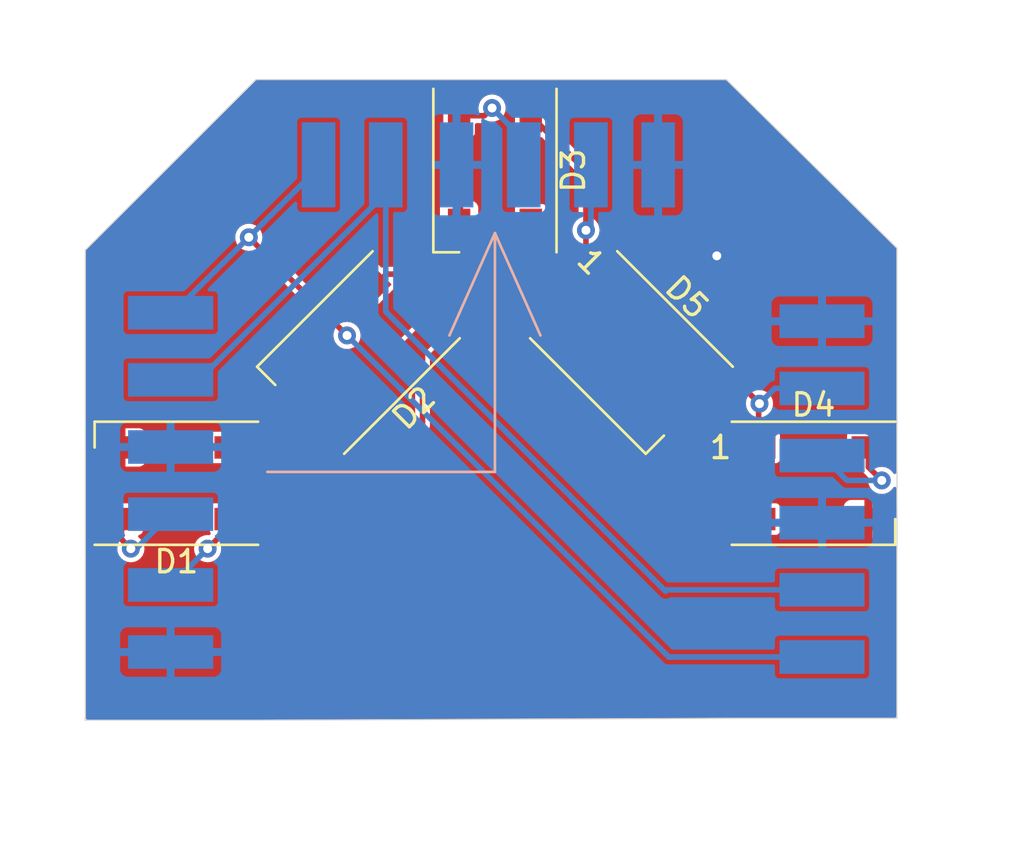
<source format=kicad_pcb>
(kicad_pcb (version 20211014) (generator pcbnew)
  (layers (0 "F.Cu" signal) (31 "B.Cu" signal) (34 "B.Paste" user) (35 "F.Paste" user) (36 "B.SilkS" user "B.Silkscreen") (37 "F.SilkS" user "F.Silkscreen") (38 "B.Mask" user) (39 "F.Mask" user) (44 "Edge.Cuts" user))
  (net 0 "")
  (net 1 "+5V")
  (net 2 "GND")
  (net 3 "Net-(CN1-Pad2)")
  (net 4 "Net-(CN2-Pad3)")
  (net 5 "Net-(D1-Pad2)")
  (net 6 "Net-(D2-Pad2)")
  (net 7 "Net-(CN1-Pad1)")
  (net 8 "Net-(CN1-Pad4)")
  (net 9 "Net-(CN3-Pad3)")
  (net 11 "Net-(D4-Pad2)")
  (footprint "LED_SMD:LED_WS2812B_PLCC4_5.0x5.0mm_P3.2mm" (layer "F.Cu") (at 154.94 107.95)
    (fp_text reference "D4" (at 0 -3.5) (layer "F.SilkS"))
    (fp_text value "WS2812B")
    (fp_text user "1" (at -4.15 -1.6) (layer "F.SilkS"))
    (fp_line (start -3.65 2.75) (end 3.65 2.75) (layer "F.SilkS") (width 0.12))
    (fp_line (start 3.65 2.75) (end 3.65 1.6) (layer "F.SilkS") (width 0.12))
    (fp_line (start -3.65 -2.75) (end 3.65 -2.75) (layer "F.SilkS") (width 0.12))
    (pad "1" smd rect (at -2.45 -1.6) (size 1.5 1) (layers "F.Cu" "F.Paste" "F.Mask") (net 1 "+5V"))
    (pad "2" smd rect (at -2.45 1.6) (size 1.5 1) (layers "F.Cu" "F.Paste" "F.Mask") (net 11 "Net-(D4-Pad2)"))
    (pad "3" smd rect (at 2.45 1.6) (size 1.5 1) (layers "F.Cu" "F.Paste" "F.Mask") (net 2 "GND"))
    (pad "4" smd rect (at 2.45 -1.6) (size 1.5 1) (layers "F.Cu" "F.Paste" "F.Mask") (net 9 "Net-(CN3-Pad3)"))
  )
  (footprint "LED_SMD:LED_WS2812B_PLCC4_5.0x5.0mm_P3.2mm" (layer "F.Cu") (at 126.492 107.95 180)
    (fp_text reference "D1" (at 0 -3.5) (layer "F.SilkS"))
    (fp_text value "WS2812B")
    (fp_line (start -3.65 2.75) (end 3.65 2.75) (layer "F.SilkS") (width 0.12))
    (fp_line (start 3.65 2.75) (end 3.65 1.6) (layer "F.SilkS") (width 0.12))
    (fp_line (start -3.65 -2.75) (end 3.65 -2.75) (layer "F.SilkS") (width 0.12))
    (pad "1" smd rect (at -2.45 -1.6 180) (size 1.5 1) (layers "F.Cu" "F.Paste" "F.Mask") (net 1 "+5V"))
    (pad "2" smd rect (at -2.45 1.6 180) (size 1.5 1) (layers "F.Cu" "F.Paste" "F.Mask") (net 5 "Net-(D1-Pad2)"))
    (pad "3" smd rect (at 2.45 1.6 180) (size 1.5 1) (layers "F.Cu" "F.Paste" "F.Mask") (net 2 "GND"))
    (pad "4" smd rect (at 2.45 -1.6 180) (size 1.5 1) (layers "F.Cu" "F.Paste" "F.Mask") (net 4 "Net-(CN2-Pad3)"))
  )
  (footprint "LED_SMD:LED_WS2812B_PLCC4_5.0x5.0mm_P3.2mm" (layer "F.Cu") (at 146.812 102.108 -45)
    (fp_text reference "D5" (at 0 -3.5 135) (layer "F.SilkS"))
    (fp_text value "WS2812B")
    (fp_text user "1" (at -4.15 -1.6 135) (layer "F.SilkS"))
    (fp_line (start -3.65 -2.75) (end 3.65 -2.75) (layer "F.SilkS") (width 0.12))
    (fp_line (start -3.65 2.75) (end 3.65 2.75) (layer "F.SilkS") (width 0.12))
    (fp_line (start 3.65 2.75) (end 3.65 1.6) (layer "F.SilkS") (width 0.12))
    (pad "1" smd rect (at -2.45 -1.6 315) (size 1.5 1) (layers "F.Cu" "F.Paste" "F.Mask") (net 1 "+5V"))
    (pad "2" smd rect (at -2.45 1.6 315) (size 1.5 1) (layers "F.Cu" "F.Paste" "F.Mask"))
    (pad "3" smd rect (at 2.45 1.6 315) (size 1.5 1) (layers "F.Cu" "F.Paste" "F.Mask") (net 2 "GND"))
    (pad "4" smd rect (at 2.45 -1.6 315) (size 1.5 1) (layers "F.Cu" "F.Paste" "F.Mask") (net 11 "Net-(D4-Pad2)"))
  )
  (footprint "LED_SMD:LED_WS2812B_PLCC4_5.0x5.0mm_P3.2mm" (layer "F.Cu") (at 134.62 102.108 -135)
    (fp_text reference "D2" (at 0 -3.5 45) (layer "F.SilkS"))
    (fp_text value "WS2812B")
    (fp_line (start -3.65 -2.75) (end 3.65 -2.75) (layer "F.SilkS") (width 0.12))
    (fp_line (start 3.65 2.75) (end 3.65 1.6) (layer "F.SilkS") (width 0.12))
    (fp_line (start -3.65 2.75) (end 3.65 2.75) (layer "F.SilkS") (width 0.12))
    (pad "1" smd rect (at -2.45 -1.6 225) (size 1.5 1) (layers "F.Cu" "F.Paste" "F.Mask") (net 1 "+5V"))
    (pad "2" smd rect (at -2.45 1.6 225) (size 1.5 1) (layers "F.Cu" "F.Paste" "F.Mask") (net 6 "Net-(D2-Pad2)"))
    (pad "3" smd rect (at 2.45 1.6 225) (size 1.5 1) (layers "F.Cu" "F.Paste" "F.Mask") (net 2 "GND"))
    (pad "4" smd rect (at 2.45 -1.6 225) (size 1.5 1) (layers "F.Cu" "F.Paste" "F.Mask") (net 5 "Net-(D1-Pad2)"))
  )
  (footprint "LED_SMD:LED_WS2812B_PLCC4_5.0x5.0mm_P3.2mm" (layer "F.Cu") (at 140.716 93.98 -90)
    (fp_text reference "D3" (at 0 -3.5 90) (layer "F.SilkS"))
    (fp_text value "WS2812B")
    (fp_line (start 3.65 2.75) (end 3.65 1.6) (layer "F.SilkS") (width 0.12))
    (fp_line (start -3.65 -2.75) (end 3.65 -2.75) (layer "F.SilkS") (width 0.12))
    (fp_line (start -3.65 2.75) (end 3.65 2.75) (layer "F.SilkS") (width 0.12))
    (pad "1" smd rect (at -2.45 -1.6 270) (size 1.5 1) (layers "F.Cu" "F.Paste" "F.Mask") (net 1 "+5V"))
    (pad "2" smd rect (at -2.45 1.6 270) (size 1.5 1) (layers "F.Cu" "F.Paste" "F.Mask") (net 8 "Net-(CN1-Pad4)"))
    (pad "3" smd rect (at 2.45 1.6 270) (size 1.5 1) (layers "F.Cu" "F.Paste" "F.Mask") (net 2 "GND"))
    (pad "4" smd rect (at 2.45 -1.6 270) (size 1.5 1) (layers "F.Cu" "F.Paste" "F.Mask") (net 6 "Net-(D2-Pad2)"))
  )
  (footprint "Adafruit NeoPixel 8 Stick:1X4-SMT" (layer "B.Cu") (at 126.238 108.41 90)
    (fp_text reference "CN2" hide)
    (fp_text value "1X4SMT" hide)
    (pad "1" smd rect (at -7.08 0 90) (size 1.5 3.8) (layers "B.Cu" "B.Paste" "B.Mask") (net 2 "GND"))
    (pad "2" smd rect (at -4.08 0 90) (size 1.5 3.8) (layers "B.Cu" "B.Paste" "B.Mask") (net 1 "+5V"))
    (pad "3" smd rect (at -0.92 0 90) (size 1.5 3.8) (layers "B.Cu" "B.Paste" "B.Mask") (net 4 "Net-(CN2-Pad3)"))
    (pad "4" smd rect (at 2.08 0 90) (size 1.5 3.8) (layers "B.Cu" "B.Paste" "B.Mask") (net 2 "GND"))
    (pad "5" smd rect (at 5.08 0 90) (size 1.5 3.8) (layers "B.Cu" "B.Paste" "B.Mask") (net 3 "Net-(CN1-Pad2)"))
    (pad "6" smd rect (at 8.08 0 90) (size 1.5 3.8) (layers "B.Cu" "B.Paste" "B.Mask") (net 7 "Net-(CN1-Pad1)"))
  )
  (footprint "Adafruit NeoPixel 8 Stick:1X4-SMT" (layer "B.Cu") (at 154.686 108.712 -90)
    (fp_text reference "CN3" hide)
    (fp_text value "1X4SMT")
    (pad "1" smd rect (at -8 -0.635 270) (size 1.5 3.8) (layers "B.Cu" "B.Paste" "B.Mask") (net 2 "GND"))
    (pad "2" smd rect (at -5 -0.635 270) (size 1.5 3.8) (layers "B.Cu" "B.Paste" "B.Mask") (net 1 "+5V"))
    (pad "3" smd rect (at -2 -0.635 270) (size 1.5 3.8) (layers "B.Cu" "B.Paste" "B.Mask") (net 9 "Net-(CN3-Pad3)"))
    (pad "4" smd rect (at 1 -0.635 270) (size 1.5 3.8) (layers "B.Cu" "B.Paste" "B.Mask") (net 2 "GND"))
    (pad "5" smd rect (at 4 -0.635 270) (size 1.5 3.8) (layers "B.Cu" "B.Paste" "B.Mask") (net 3 "Net-(CN1-Pad2)"))
    (pad "6" smd rect (at 7 -0.635 270) (size 1.5 3.8) (layers "B.Cu" "B.Paste" "B.Mask") (net 7 "Net-(CN1-Pad1)"))
  )
  (footprint "Adafruit NeoPixel 8 Stick:1X4-SMT" (layer "B.Cu") (at 139.922 93.726)
    (fp_text reference "CN1" hide)
    (fp_text value "1X4SMT" hide)
    (pad "1" smd rect (at -7.08 0) (size 1.5 3.8) (layers "B.Cu" "B.Paste" "B.Mask") (net 7 "Net-(CN1-Pad1)"))
    (pad "2" smd rect (at -4.08 0) (size 1.5 3.8) (layers "B.Cu" "B.Paste" "B.Mask") (net 3 "Net-(CN1-Pad2)"))
    (pad "3" smd rect (at -0.92 0) (size 1.5 3.8) (layers "B.Cu" "B.Paste" "B.Mask") (net 2 "GND"))
    (pad "4" smd rect (at 2.08 0) (size 1.5 3.8) (layers "B.Cu" "B.Paste" "B.Mask") (net 8 "Net-(CN1-Pad4)"))
    (pad "5" smd rect (at 5.08 0) (size 1.5 3.8) (layers "B.Cu" "B.Paste" "B.Mask") (net 1 "+5V"))
    (pad "6" smd rect (at 8.08 0) (size 1.5 3.8) (layers "B.Cu" "B.Paste" "B.Mask") (net 2 "GND"))
  )
  (gr_line (start 140.716 96.774001) (end 138.684 101.346) (layer "B.SilkS") (width 0.12))
  (gr_line (start 140.716 96.774001) (end 142.748 101.346) (layer "B.SilkS") (width 0.12))
  (gr_line (start 130.556 107.442) (end 140.716 107.442) (layer "B.SilkS") (width 0.12))
  (gr_line (start 140.716 96.774001) (end 140.716 107.442) (layer "B.SilkS") (width 0.12))
  (gr_line (start 130.048 89.915998) (end 151.048 89.915999) (layer "Edge.Cuts") (width 0.05))
  (gr_line (start 122.428 97.536) (end 122.428 118.536) (layer "Edge.Cuts") (width 0.05))
  (gr_line (start 151.048 89.915999) (end 158.668 97.45) (layer "Edge.Cuts") (width 0.05))
  (gr_line (start 130.048 118.536) (end 151.212 118.45) (layer "Edge.Cuts") (width 0.05))
  (gr_line (start 158.668 97.45) (end 158.668 118.45) (layer "Edge.Cuts") (width 0.05))
  (gr_line (start 151.212 118.45) (end 158.668 118.45) (layer "Edge.Cuts") (width 0.05))
  (gr_line locked (start 122.428 118.536) (end 130.048 118.536) (layer "Edge.Cuts") (width 0.05))
  (gr_line (start 122.428 97.536) (end 130.048 89.915998) (layer "Edge.Cuts") (width 0.05))
  (segment (start 144.78 99.06) (end 144.78 93.994) (width 0.25) (layer "F.Cu") (net 1))
  (segment (start 137.483782 101.506959) (end 139.930741 99.06) (width 0.25) (layer "F.Cu") (net 1))
  (segment (start 152.49 104.352007) (end 152.49 106.35) (width 0.25) (layer "F.Cu") (net 1))
  (segment (start 128.942 109.818) (end 127.889 110.871) (width 0.25) (layer "F.Cu") (net 1))
  (segment (start 139.930741 99.06) (end 144.78 99.06) (width 0.25) (layer "F.Cu") (net 1))
  (segment (start 144.773 93.987) (end 142.316 91.53) (width 0.25) (layer "F.Cu") (net 1))
  (segment (start 144.78 93.994) (end 144.773 93.987) (width 0.25) (layer "F.Cu") (net 1))
  (segment (start 146.210959 99.244218) (end 147.382211 99.244218) (width 0.25) (layer "F.Cu") (net 1))
  (segment (start 133.274 109.55) (end 137.483782 105.340218) (width 0.25) (layer "F.Cu") (net 1))
  (segment (start 128.942 109.55) (end 133.274 109.55) (width 0.25) (layer "F.Cu") (net 1))
  (segment (start 137.483782 105.340218) (end 137.483782 101.506959) (width 0.25) (layer "F.Cu") (net 1))
  (segment (start 146.210959 99.244218) (end 144.964218 99.244218) (width 0.25) (layer "F.Cu") (net 1))
  (segment (start 128.942 109.55) (end 128.942 109.818) (width 0.25) (layer "F.Cu") (net 1))
  (segment (start 144.964218 99.244218) (end 144.78 99.06) (width 0.25) (layer "F.Cu") (net 1))
  (segment (start 147.382211 99.244218) (end 152.49 104.352007) (width 0.25) (layer "F.Cu") (net 1))
  (via (at 127.889 110.871) (size 0.8) (drill 0.4) (layers "F.Cu" "B.Cu") (net 1))
  (via (at 144.78 96.647) (size 0.8) (drill 0.4) (layers "F.Cu" "B.Cu") (net 1))
  (via (at 152.527 104.394) (size 0.8) (drill 0.4) (layers "F.Cu" "B.Cu") (net 1))
  (segment (start 145.002 96.425) (end 144.78 96.647) (width 0.25) (layer "B.Cu") (net 1))
  (segment (start 126.238 112.49) (end 126.27 112.49) (width 0.25) (layer "B.Cu") (net 1))
  (segment (start 153.209 103.712) (end 152.527 104.394) (width 0.25) (layer "B.Cu") (net 1))
  (segment (start 155.321 103.712) (end 153.209 103.712) (width 0.25) (layer "B.Cu") (net 1))
  (segment (start 145.002 93.726) (end 145.002 96.425) (width 0.25) (layer "B.Cu") (net 1))
  (segment (start 126.27 112.49) (end 127.889 110.871) (width 0.25) (layer "B.Cu") (net 1))
  (via (at 150.622 97.79) (size 0.8) (drill 0.4) (layers "F.Cu" "B.Cu") (net 2))
  (segment (start 135.842 93.726) (end 135.842 100.282) (width 0.25) (layer "B.Cu") (net 3))
  (segment (start 135.842 100.282) (end 148.336 112.776) (width 0.25) (layer "B.Cu") (net 3))
  (segment (start 127.388 103.442) (end 135.962 94.868) (width 0.25) (layer "B.Cu") (net 3))
  (segment (start 148.336 112.776) (end 148.4 112.712) (width 0.25) (layer "B.Cu") (net 3))
  (segment (start 148.4 112.712) (end 155.321 112.712) (width 0.25) (layer "B.Cu") (net 3))
  (segment (start 124.042 110.453) (end 124.46 110.871) (width 0.25) (layer "F.Cu") (net 4))
  (segment (start 124.042 109.55) (end 124.042 110.453) (width 0.25) (layer "F.Cu") (net 4))
  (via (at 124.46 110.871) (size 0.8) (drill 0.4) (layers "F.Cu" "B.Cu") (net 4))
  (segment (start 124.46 110.871) (end 124.697 110.871) (width 0.25) (layer "B.Cu") (net 4))
  (segment (start 124.697 110.871) (end 126.238 109.33) (width 0.25) (layer "B.Cu") (net 4))
  (segment (start 128.942 106.35) (end 132.640741 106.35) (width 0.25) (layer "F.Cu") (net 5))
  (segment (start 132.640741 106.35) (end 134.018959 104.971782) (width 0.25) (layer "F.Cu") (net 5))
  (segment (start 138.8832 98.6068) (end 141.06 96.43) (width 0.25) (layer "F.Cu") (net 6))
  (segment (start 135.858459 98.6068) (end 138.8832 98.6068) (width 0.25) (layer "F.Cu") (net 6))
  (segment (start 141.06 96.43) (end 142.316 96.43) (width 0.25) (layer "F.Cu") (net 6))
  (segment (start 135.221041 99.244218) (end 135.858459 98.6068) (width 0.25) (layer "F.Cu") (net 6))
  (segment (start 129.726999 96.960999) (end 134.112 101.346) (width 0.25) (layer "F.Cu") (net 7))
  (via (at 134.112 101.346) (size 0.8) (drill 0.4) (layers "F.Cu" "B.Cu") (net 7))
  (via (at 129.726999 96.960999) (size 0.8) (drill 0.4) (layers "F.Cu" "B.Cu") (net 7))
  (segment (start 126.245998 100.442) (end 129.726999 96.960999) (width 0.25) (layer "B.Cu") (net 7))
  (segment (start 129.726999 96.960999) (end 132.962 93.725998) (width 0.25) (layer "B.Cu") (net 7))
  (segment (start 134.112 101.346) (end 148.478 115.712) (width 0.25) (layer "B.Cu") (net 7))
  (segment (start 148.478 115.712) (end 155.321 115.712) (width 0.25) (layer "B.Cu") (net 7))
  (segment (start 140.245 91.53) (end 140.589 91.186) (width 0.25) (layer "F.Cu") (net 8))
  (segment (start 139.116 91.53) (end 140.245 91.53) (width 0.25) (layer "F.Cu") (net 8))
  (via (at 140.589 91.186) (size 0.8) (drill 0.4) (layers "F.Cu" "B.Cu") (net 8))
  (segment (start 142.002 92.599) (end 142.002 93.726) (width 0.25) (layer "B.Cu") (net 8))
  (segment (start 140.589 91.186) (end 142.002 92.599) (width 0.25) (layer "B.Cu") (net 8))
  (segment (start 157.39 107.225) (end 157.988 107.823) (width 0.25) (layer "F.Cu") (net 9))
  (segment (start 157.39 106.35) (end 157.39 107.225) (width 0.25) (layer "F.Cu") (net 9))
  (via (at 157.988 107.823) (size 0.8) (drill 0.4) (layers "F.Cu" "B.Cu") (net 9))
  (segment (start 156.432 107.823) (end 157.988 107.823) (width 0.25) (layer "B.Cu") (net 9))
  (segment (start 155.321 106.712) (end 156.432 107.823) (width 0.25) (layer "B.Cu") (net 9))
  (segment (start 149.675782 102.709041) (end 149.675782 106.735782) (width 0.25) (layer "F.Cu") (net 11))
  (segment (start 149.675782 106.735782) (end 152.49 109.55) (width 0.25) (layer "F.Cu") (net 11))
  (zone (net 2) (net_name "GND") (layers F&B.Cu) (priority 6) (connect_pads (clearance 0.000001)) (min_thickness 0.1524) (fill yes (thermal_gap 0.3548) (thermal_bridge_width 0.3548))
    (polygon (pts (xy 164.338 86.36) (xy 163.83 124.206) (xy 118.872 123.444) (xy 118.618 86.614)))
  )
)
</source>
